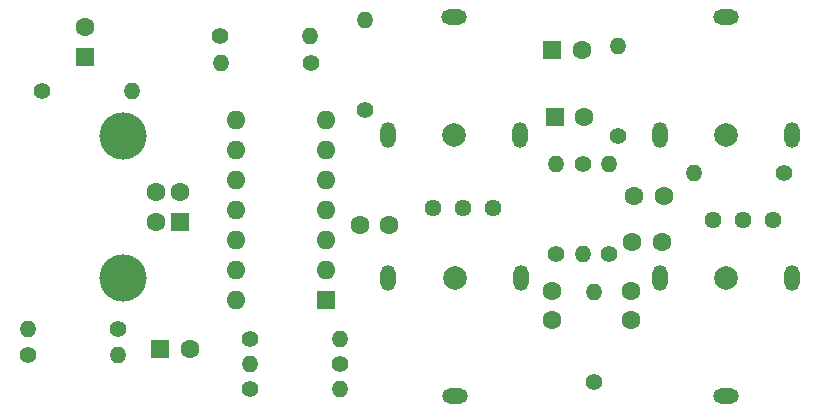
<source format=gbr>
%TF.GenerationSoftware,KiCad,Pcbnew,(6.0.0-0)*%
%TF.CreationDate,2022-11-12T17:46:13+01:00*%
%TF.ProjectId,phono_vorverstaerker,70686f6e-6f5f-4766-9f72-766572737461,rev?*%
%TF.SameCoordinates,Original*%
%TF.FileFunction,Soldermask,Bot*%
%TF.FilePolarity,Negative*%
%FSLAX46Y46*%
G04 Gerber Fmt 4.6, Leading zero omitted, Abs format (unit mm)*
G04 Created by KiCad (PCBNEW (6.0.0-0)) date 2022-11-12 17:46:13*
%MOMM*%
%LPD*%
G01*
G04 APERTURE LIST*
%ADD10C,1.400000*%
%ADD11O,1.400000X1.400000*%
%ADD12O,1.300000X2.200000*%
%ADD13O,2.200000X1.300000*%
%ADD14C,2.000000*%
%ADD15R,1.600000X1.600000*%
%ADD16C,1.600000*%
%ADD17O,1.600000X1.600000*%
%ADD18C,4.000000*%
%ADD19C,1.440000*%
G04 APERTURE END LIST*
D10*
%TO.C,R11*%
X65100000Y-175310000D03*
D11*
X65100000Y-167690000D03*
%TD*%
D12*
%TO.C,J5*%
X79775000Y-175250000D03*
X68575000Y-175250000D03*
D13*
X74175000Y-165250000D03*
D14*
X74175000Y-175250000D03*
%TD*%
D10*
%TO.C,R10*%
X22720000Y-191600000D03*
D11*
X15100000Y-191600000D03*
%TD*%
D15*
%TO.C,C7*%
X59500000Y-168000000D03*
D16*
X62000000Y-168000000D03*
%TD*%
%TO.C,C5*%
X68750000Y-184300000D03*
X66250000Y-184300000D03*
%TD*%
D13*
%TO.C,J2*%
X74225000Y-197350000D03*
D12*
X68625000Y-187350000D03*
X79825000Y-187350000D03*
D14*
X74225000Y-187350000D03*
%TD*%
D15*
%TO.C,C9*%
X26300000Y-193300000D03*
D16*
X28800000Y-193300000D03*
%TD*%
D15*
%TO.C,U1*%
X40300000Y-189225000D03*
D17*
X40300000Y-186685000D03*
X40300000Y-184145000D03*
X40300000Y-181605000D03*
X40300000Y-179065000D03*
X40300000Y-176525000D03*
X40300000Y-173985000D03*
X32680000Y-173985000D03*
X32680000Y-176525000D03*
X32680000Y-179065000D03*
X32680000Y-181605000D03*
X32680000Y-184145000D03*
X32680000Y-186685000D03*
X32680000Y-189225000D03*
%TD*%
D15*
%TO.C,C8*%
X59694888Y-173700000D03*
D16*
X62194888Y-173700000D03*
%TD*%
D15*
%TO.C,J3*%
X27987500Y-182550000D03*
D16*
X27987500Y-180050000D03*
X25987500Y-180050000D03*
X25987500Y-182550000D03*
D18*
X23127500Y-175300000D03*
X23127500Y-187300000D03*
%TD*%
D16*
%TO.C,C1*%
X59500000Y-188400000D03*
X59500000Y-190900000D03*
%TD*%
D19*
%TO.C,RV1*%
X78150000Y-182400000D03*
X75610000Y-182400000D03*
X73070000Y-182400000D03*
%TD*%
D10*
%TO.C,R14*%
X43600000Y-173110000D03*
D11*
X43600000Y-165490000D03*
%TD*%
D16*
%TO.C,C2*%
X66200000Y-190900000D03*
X66200000Y-188400000D03*
%TD*%
D10*
%TO.C,R2*%
X39110000Y-169100000D03*
D11*
X31490000Y-169100000D03*
%TD*%
D10*
%TO.C,R1*%
X16290000Y-171500000D03*
D11*
X23910000Y-171500000D03*
%TD*%
D12*
%TO.C,J1*%
X45625000Y-187350000D03*
X56825000Y-187350000D03*
D13*
X51225000Y-197350000D03*
D14*
X51225000Y-187350000D03*
%TD*%
D10*
%TO.C,R15*%
X79110000Y-178400000D03*
D11*
X71490000Y-178400000D03*
%TD*%
D10*
%TO.C,R3*%
X31390000Y-166800000D03*
D11*
X39010000Y-166800000D03*
%TD*%
D10*
%TO.C,R12*%
X64300000Y-185310000D03*
D11*
X64300000Y-177690000D03*
%TD*%
D10*
%TO.C,R8*%
X59800000Y-185310000D03*
D11*
X59800000Y-177690000D03*
%TD*%
D10*
%TO.C,R6*%
X63000000Y-196110000D03*
D11*
X63000000Y-188490000D03*
%TD*%
D10*
%TO.C,R4*%
X33880000Y-192500000D03*
D11*
X41500000Y-192500000D03*
%TD*%
D16*
%TO.C,C6*%
X68950000Y-180400000D03*
X66450000Y-180400000D03*
%TD*%
D10*
%TO.C,R9*%
X62100000Y-177690000D03*
D11*
X62100000Y-185310000D03*
%TD*%
D10*
%TO.C,R7*%
X33880000Y-196700000D03*
D11*
X41500000Y-196700000D03*
%TD*%
D16*
%TO.C,C4*%
X45700000Y-182800000D03*
X43200000Y-182800000D03*
%TD*%
D12*
%TO.C,J4*%
X45575000Y-175250000D03*
D13*
X51175000Y-165250000D03*
D12*
X56775000Y-175250000D03*
D14*
X51175000Y-175250000D03*
%TD*%
D15*
%TO.C,C3*%
X19900000Y-168605113D03*
D16*
X19900000Y-166105113D03*
%TD*%
D10*
%TO.C,R5*%
X41500000Y-194600000D03*
D11*
X33880000Y-194600000D03*
%TD*%
D19*
%TO.C,RV2*%
X54440000Y-181400000D03*
X51900000Y-181400000D03*
X49360000Y-181400000D03*
%TD*%
D10*
%TO.C,R13*%
X15090000Y-193800000D03*
D11*
X22710000Y-193800000D03*
%TD*%
M02*

</source>
